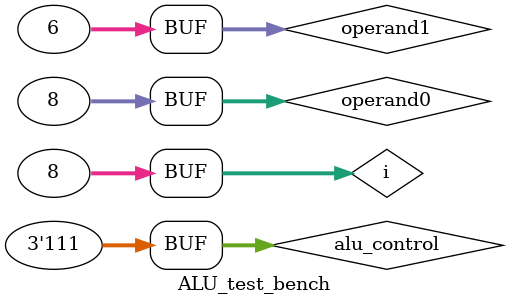
<source format=v>
`timescale 1ns / 1ps


module ALU_test_bench;

	// Inputs
	reg [2:0] alu_control;
	reg [31:0] operand0;
	reg [31:0] operand1;

	// Outputs
	wire [31:0] ALUResult;
	wire carryflag;
	wire signflag;
	wire overflowflag;
	wire zflag;

	// Instantiate the Unit Under Test (UUT)
	ArithmeticLogicUnit uut (
		.alu_control(alu_control), 
		.operand0(operand0), 
		.operand1(operand1), 
		.ALUResult(ALUResult), 
		.carryflag(carryflag), 
		.signflag(signflag), 
		.overflowflag(overflowflag), 
		.zflag(zflag)
	);

	initial begin
		// Initialize Inputs
		alu_control = 0;
		operand0 = 8;
		operand1 = 6;

		// Wait 100 ns for global reset to finish
		#100;
        
		// Add stimulus here

	end
	integer i;
   always
	begin
		for(i=0; i<8; i=i+1)
		begin
         alu_control = i;
			#100;
		end
	end
endmodule


</source>
